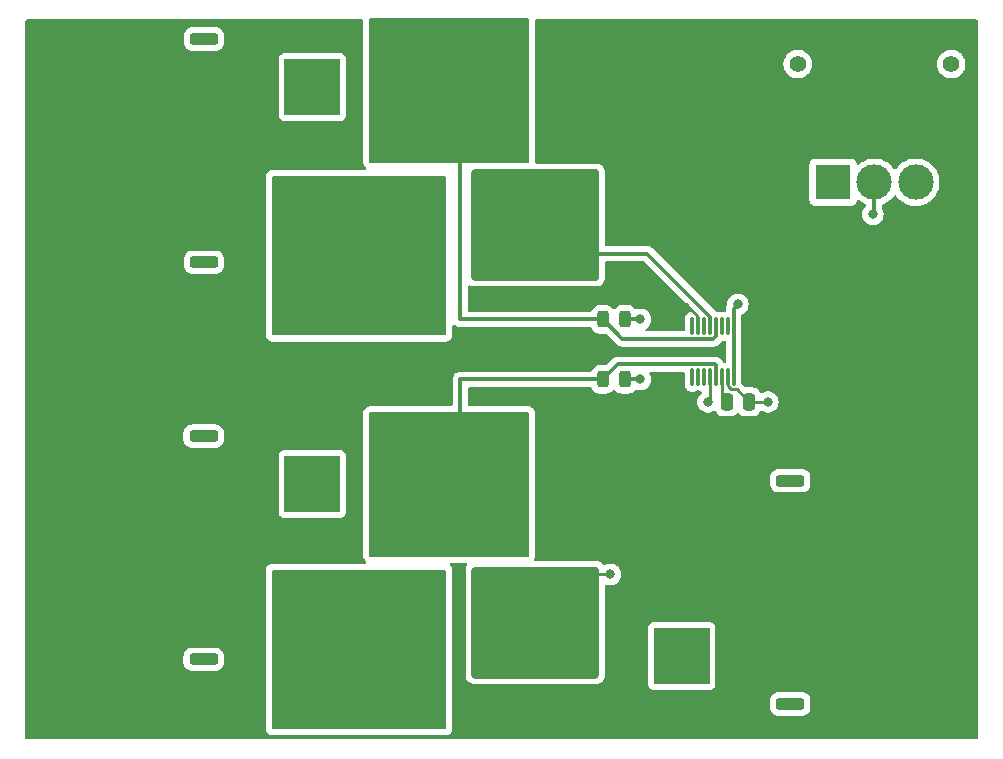
<source format=gbr>
%TF.GenerationSoftware,KiCad,Pcbnew,8.0.0*%
%TF.CreationDate,2024-03-01T13:16:54-07:00*%
%TF.ProjectId,2023IdealDiode,32303233-4964-4656-916c-44696f64652e,rev?*%
%TF.SameCoordinates,Original*%
%TF.FileFunction,Copper,L1,Top*%
%TF.FilePolarity,Positive*%
%FSLAX46Y46*%
G04 Gerber Fmt 4.6, Leading zero omitted, Abs format (unit mm)*
G04 Created by KiCad (PCBNEW 8.0.0) date 2024-03-01 13:16:54*
%MOMM*%
%LPD*%
G01*
G04 APERTURE LIST*
G04 Aperture macros list*
%AMRoundRect*
0 Rectangle with rounded corners*
0 $1 Rounding radius*
0 $2 $3 $4 $5 $6 $7 $8 $9 X,Y pos of 4 corners*
0 Add a 4 corners polygon primitive as box body*
4,1,4,$2,$3,$4,$5,$6,$7,$8,$9,$2,$3,0*
0 Add four circle primitives for the rounded corners*
1,1,$1+$1,$2,$3*
1,1,$1+$1,$4,$5*
1,1,$1+$1,$6,$7*
1,1,$1+$1,$8,$9*
0 Add four rect primitives between the rounded corners*
20,1,$1+$1,$2,$3,$4,$5,0*
20,1,$1+$1,$4,$5,$6,$7,0*
20,1,$1+$1,$6,$7,$8,$9,0*
20,1,$1+$1,$8,$9,$2,$3,0*%
G04 Aperture macros list end*
%TA.AperFunction,Conductor*%
%ADD10C,0.200000*%
%TD*%
%TA.AperFunction,SMDPad,CuDef*%
%ADD11RoundRect,0.075000X-0.075000X0.650000X-0.075000X-0.650000X0.075000X-0.650000X0.075000X0.650000X0*%
%TD*%
%TA.AperFunction,SMDPad,CuDef*%
%ADD12RoundRect,0.250000X-0.250000X-0.475000X0.250000X-0.475000X0.250000X0.475000X-0.250000X0.475000X0*%
%TD*%
%TA.AperFunction,ComponentPad*%
%ADD13C,4.700000*%
%TD*%
%TA.AperFunction,ComponentPad*%
%ADD14R,4.700000X4.700000*%
%TD*%
%TA.AperFunction,ComponentPad*%
%ADD15RoundRect,0.250000X-0.950000X0.250000X-0.950000X-0.250000X0.950000X-0.250000X0.950000X0.250000X0*%
%TD*%
%TA.AperFunction,ComponentPad*%
%ADD16RoundRect,0.375000X-0.375000X0.825000X-0.375000X-0.825000X0.375000X-0.825000X0.375000X0.825000X0*%
%TD*%
%TA.AperFunction,SMDPad,CuDef*%
%ADD17RoundRect,0.250000X-0.300000X2.050000X-0.300000X-2.050000X0.300000X-2.050000X0.300000X2.050000X0*%
%TD*%
%TA.AperFunction,SMDPad,CuDef*%
%ADD18RoundRect,0.250000X-2.375000X2.025000X-2.375000X-2.025000X2.375000X-2.025000X2.375000X2.025000X0*%
%TD*%
%TA.AperFunction,SMDPad,CuDef*%
%ADD19RoundRect,0.250002X-5.149998X4.449998X-5.149998X-4.449998X5.149998X-4.449998X5.149998X4.449998X0*%
%TD*%
%TA.AperFunction,SMDPad,CuDef*%
%ADD20RoundRect,0.243750X0.243750X0.456250X-0.243750X0.456250X-0.243750X-0.456250X0.243750X-0.456250X0*%
%TD*%
%TA.AperFunction,ComponentPad*%
%ADD21RoundRect,0.250000X0.950000X-0.250000X0.950000X0.250000X-0.950000X0.250000X-0.950000X-0.250000X0*%
%TD*%
%TA.AperFunction,ComponentPad*%
%ADD22C,3.000000*%
%TD*%
%TA.AperFunction,ComponentPad*%
%ADD23R,3.000000X3.000000*%
%TD*%
%TA.AperFunction,ComponentPad*%
%ADD24C,1.400000*%
%TD*%
%TA.AperFunction,ViaPad*%
%ADD25C,0.800000*%
%TD*%
%TA.AperFunction,Conductor*%
%ADD26C,0.300000*%
%TD*%
%TA.AperFunction,Conductor*%
%ADD27C,0.250000*%
%TD*%
G04 APERTURE END LIST*
%TO.N,Net-(D1-A)*%
D10*
X307975000Y-221615000D02*
X321310000Y-221615000D01*
X321310000Y-233680000D01*
X307975000Y-233680000D01*
X307975000Y-221615000D01*
%TA.AperFunction,Conductor*%
G36*
X307975000Y-221615000D02*
G01*
X321310000Y-221615000D01*
X321310000Y-233680000D01*
X307975000Y-233680000D01*
X307975000Y-221615000D01*
G37*
%TD.AperFunction*%
%TO.N,Net-(J1-+)*%
X299720000Y-234950000D02*
X314325000Y-234950000D01*
X314325000Y-248285000D01*
X299720000Y-248285000D01*
X299720000Y-234950000D01*
%TA.AperFunction,Conductor*%
G36*
X299720000Y-234950000D02*
G01*
X314325000Y-234950000D01*
X314325000Y-248285000D01*
X299720000Y-248285000D01*
X299720000Y-234950000D01*
G37*
%TD.AperFunction*%
%TO.N,Net-(J2-+)*%
X299720000Y-268287500D02*
X314325000Y-268287500D01*
X314325000Y-281622500D01*
X299720000Y-281622500D01*
X299720000Y-268287500D01*
%TA.AperFunction,Conductor*%
G36*
X299720000Y-268287500D02*
G01*
X314325000Y-268287500D01*
X314325000Y-281622500D01*
X299720000Y-281622500D01*
X299720000Y-268287500D01*
G37*
%TD.AperFunction*%
%TO.N,Net-(D2-A)*%
X307975000Y-254952500D02*
X321310000Y-254952500D01*
X321310000Y-267017500D01*
X307975000Y-267017500D01*
X307975000Y-254952500D01*
%TA.AperFunction,Conductor*%
G36*
X307975000Y-254952500D02*
G01*
X321310000Y-254952500D01*
X321310000Y-267017500D01*
X307975000Y-267017500D01*
X307975000Y-254952500D01*
G37*
%TD.AperFunction*%
%TD*%
D11*
%TO.P,IC1,1,EN2*%
%TO.N,Net-(IC1-EN1)*%
X338745000Y-247595000D03*
%TO.P,IC1,2,NC*%
%TO.N,unconnected-(IC1-NC-Pad2)*%
X338245000Y-247595000D03*
%TO.P,IC1,3,NC*%
%TO.N,unconnected-(IC1-NC-Pad3)*%
X337745000Y-247595000D03*
%TO.P,IC1,4,Vin2*%
%TO.N,Net-(D1-A)*%
X337245000Y-247595000D03*
%TO.P,IC1,5,GATE2*%
%TO.N,Net-(IC1-GATE2)*%
X336745000Y-247595000D03*
%TO.P,IC1,6,CPO2*%
%TO.N,unconnected-(IC1-CPO2-Pad6)*%
X336245000Y-247595000D03*
%TO.P,IC1,7,OUT2*%
%TO.N,Net-(IC1-OUT1)*%
X335745000Y-247595000D03*
%TO.P,IC1,8,ONST2*%
%TO.N,unconnected-(IC1-ONST2-Pad8)*%
X335245000Y-247595000D03*
%TO.P,IC1,9,ONST1*%
%TO.N,unconnected-(IC1-ONST1-Pad9)*%
X335245000Y-251895000D03*
%TO.P,IC1,10,OUT1*%
%TO.N,Net-(IC1-OUT1)*%
X335745000Y-251895000D03*
%TO.P,IC1,11,CPO1*%
%TO.N,unconnected-(IC1-CPO1-Pad11)*%
X336245000Y-251895000D03*
%TO.P,IC1,12,GATE1*%
%TO.N,Net-(IC1-GATE1)*%
X336745000Y-251895000D03*
%TO.P,IC1,13,Vin1*%
%TO.N,Net-(D2-A)*%
X337245000Y-251895000D03*
%TO.P,IC1,14,Vcc*%
%TO.N,Net-(IC1-Vcc)*%
X337745000Y-251895000D03*
%TO.P,IC1,15,GND*%
%TO.N,GND*%
X338245000Y-251895000D03*
%TO.P,IC1,16,EN1*%
%TO.N,Net-(IC1-EN1)*%
X338745000Y-251895000D03*
%TD*%
D12*
%TO.P,C1,1*%
%TO.N,Net-(IC1-Vcc)*%
X338140000Y-254000000D03*
%TO.P,C1,2*%
%TO.N,GND*%
X340040000Y-254000000D03*
%TD*%
D13*
%TO.P,J1,1,+*%
%TO.N,Net-(J1-+)*%
X303075000Y-238180000D03*
D14*
%TO.P,J1,2,-*%
%TO.N,GND*%
X303075000Y-227330000D03*
D15*
%TO.P,J1,3*%
%TO.N,N/C*%
X293875000Y-242180000D03*
%TO.P,J1,4*%
X293875000Y-223280000D03*
%TD*%
D16*
%TO.P,F2,1*%
%TO.N,Net-(D2-A)*%
X312815000Y-264795000D03*
X309485000Y-264795000D03*
%TO.P,F2,2*%
%TO.N,Net-(J2-+)*%
X312815000Y-278265000D03*
X309485000Y-278265000D03*
%TD*%
D17*
%TO.P,Q1,1,D*%
%TO.N,Net-(IC1-OUT1)*%
X324485000Y-229870000D03*
D18*
%TO.P,Q1,2,G*%
%TO.N,Net-(IC1-GATE2)*%
X324720000Y-236595000D03*
X319170000Y-236595000D03*
D19*
X321945000Y-239020000D03*
D18*
X324720000Y-241445000D03*
X319170000Y-241445000D03*
D17*
%TO.P,Q1,3,S*%
%TO.N,Net-(D1-A)*%
X319405000Y-229870000D03*
%TD*%
D20*
%TO.P,D1,1,K*%
%TO.N,Net-(D1-K)*%
X329535000Y-247015000D03*
%TO.P,D1,2,A*%
%TO.N,Net-(D1-A)*%
X327660000Y-247015000D03*
%TD*%
D16*
%TO.P,F1,1*%
%TO.N,Net-(D1-A)*%
X312815000Y-231390000D03*
X309485000Y-231390000D03*
%TO.P,F1,2*%
%TO.N,Net-(J1-+)*%
X312815000Y-244860000D03*
X309485000Y-244860000D03*
%TD*%
D17*
%TO.P,Q2,1,D*%
%TO.N,Net-(IC1-OUT1)*%
X324485000Y-263525000D03*
D18*
%TO.P,Q2,2,G*%
%TO.N,Net-(IC1-GATE1)*%
X324720000Y-270250000D03*
X319170000Y-270250000D03*
D19*
X321945000Y-272675000D03*
D18*
X324720000Y-275100000D03*
X319170000Y-275100000D03*
D17*
%TO.P,Q2,3,S*%
%TO.N,Net-(D2-A)*%
X319405000Y-263525000D03*
%TD*%
D13*
%TO.P,J3,1,+*%
%TO.N,Net-(IC1-OUT1)*%
X334335000Y-264660000D03*
D14*
%TO.P,J3,2,-*%
%TO.N,GND*%
X334335000Y-275510000D03*
D21*
%TO.P,J3,3*%
%TO.N,N/C*%
X343535000Y-260660000D03*
%TO.P,J3,4*%
X343535000Y-279560000D03*
%TD*%
D13*
%TO.P,J2,1,+*%
%TO.N,Net-(J2-+)*%
X303050000Y-271800000D03*
D14*
%TO.P,J2,2,-*%
%TO.N,GND*%
X303050000Y-260950000D03*
D15*
%TO.P,J2,3*%
%TO.N,N/C*%
X293850000Y-275800000D03*
%TO.P,J2,4*%
X293850000Y-256900000D03*
%TD*%
D20*
%TO.P,D2,1,K*%
%TO.N,Net-(D1-K)*%
X329535000Y-252095000D03*
%TO.P,D2,2,A*%
%TO.N,Net-(D2-A)*%
X327660000Y-252095000D03*
%TD*%
D22*
%TO.P,SW1,3,C*%
%TO.N,Net-(D1-K)*%
X354155000Y-235395000D03*
%TO.P,SW1,2,B*%
%TO.N,Net-(IC1-EN1)*%
X350655000Y-235395000D03*
D23*
%TO.P,SW1,1,A*%
%TO.N,GND*%
X347155000Y-235395000D03*
D24*
%TO.P,SW1,*%
%TO.N,*%
X357155000Y-225395000D03*
X344155000Y-225395000D03*
%TD*%
D25*
%TO.N,Net-(IC1-EN1)*%
X339090000Y-245745000D03*
X350520000Y-238125000D03*
%TO.N,GND*%
X341630000Y-254000000D03*
%TO.N,Net-(D1-K)*%
X330835000Y-252095000D03*
X330835000Y-247015000D03*
%TO.N,Net-(IC1-OUT1)*%
X334010000Y-241300000D03*
X334010000Y-245745000D03*
%TO.N,Net-(IC1-GATE1)*%
X336550000Y-254000000D03*
X328295000Y-268605000D03*
%TD*%
D26*
%TO.N,Net-(IC1-EN1)*%
X350655000Y-235395000D02*
X350655000Y-237990000D01*
X350655000Y-237990000D02*
X350520000Y-238125000D01*
X338745000Y-246090000D02*
X339090000Y-245745000D01*
X338745000Y-247595000D02*
X338745000Y-246090000D01*
X338745000Y-251895000D02*
X338745000Y-247595000D01*
D27*
%TO.N,Net-(IC1-Vcc)*%
X337745000Y-253605000D02*
X337745000Y-251895000D01*
X338140000Y-254000000D02*
X337745000Y-253605000D01*
%TO.N,GND*%
X338245000Y-252687764D02*
X338245000Y-251895000D01*
X340040000Y-254000000D02*
X338985000Y-252945000D01*
X338502236Y-252945000D02*
X338245000Y-252687764D01*
X338985000Y-252945000D02*
X338502236Y-252945000D01*
X340040000Y-254000000D02*
X341630000Y-254000000D01*
D26*
%TO.N,Net-(D1-K)*%
X329535000Y-247015000D02*
X330835000Y-247015000D01*
X329535000Y-252095000D02*
X330835000Y-252095000D01*
%TO.N,Net-(D1-A)*%
X315595000Y-228600000D02*
X315595000Y-247015000D01*
X336998120Y-248670000D02*
X329315000Y-248670000D01*
X337245000Y-247595000D02*
X337245000Y-248423120D01*
X315595000Y-247015000D02*
X327660000Y-247015000D01*
X337245000Y-248423120D02*
X336998120Y-248670000D01*
X329315000Y-248670000D02*
X327660000Y-247015000D01*
X314642500Y-227647500D02*
X315595000Y-228600000D01*
%TO.N,Net-(D2-A)*%
X315595000Y-252095000D02*
X327660000Y-252095000D01*
X328935000Y-250820000D02*
X337180000Y-250820000D01*
X315595000Y-260032500D02*
X315595000Y-252095000D01*
X314642500Y-260985000D02*
X315595000Y-260032500D01*
X327660000Y-252095000D02*
X328935000Y-250820000D01*
X337245000Y-250885000D02*
X337245000Y-251895000D01*
X337180000Y-250820000D02*
X337245000Y-250885000D01*
D27*
%TO.N,Net-(IC1-OUT1)*%
X335745000Y-247595000D02*
X335745000Y-246802236D01*
X334687764Y-245745000D02*
X334010000Y-245745000D01*
X335745000Y-246802236D02*
X334687764Y-245745000D01*
D26*
%TO.N,Net-(IC1-GATE2)*%
X336745000Y-246766880D02*
X331423120Y-241445000D01*
X331423120Y-241445000D02*
X324720000Y-241445000D01*
X336745000Y-247595000D02*
X336745000Y-246766880D01*
D27*
%TO.N,Net-(IC1-GATE1)*%
X326365000Y-268605000D02*
X324720000Y-270250000D01*
X328295000Y-268605000D02*
X326365000Y-268605000D01*
X336745000Y-253805000D02*
X336745000Y-251895000D01*
X336550000Y-254000000D02*
X336745000Y-253805000D01*
%TD*%
%TA.AperFunction,Conductor*%
%TO.N,Net-(IC1-OUT1)*%
G36*
X307317539Y-221634685D02*
G01*
X307363294Y-221687489D01*
X307374500Y-221739000D01*
X307374500Y-233759057D01*
X307408297Y-233885187D01*
X307415423Y-233911783D01*
X307415426Y-233911790D01*
X307494475Y-234048709D01*
X307494481Y-234048717D01*
X307583583Y-234137819D01*
X307617068Y-234199142D01*
X307612084Y-234268834D01*
X307570212Y-234324767D01*
X307504748Y-234349184D01*
X307495902Y-234349500D01*
X299640943Y-234349500D01*
X299488216Y-234390423D01*
X299488209Y-234390426D01*
X299351290Y-234469475D01*
X299351282Y-234469481D01*
X299239481Y-234581282D01*
X299239475Y-234581290D01*
X299160426Y-234718209D01*
X299160423Y-234718216D01*
X299119500Y-234870943D01*
X299119500Y-248364056D01*
X299160423Y-248516783D01*
X299160426Y-248516790D01*
X299239475Y-248653709D01*
X299239479Y-248653714D01*
X299239480Y-248653716D01*
X299351284Y-248765520D01*
X299351286Y-248765521D01*
X299351290Y-248765524D01*
X299476459Y-248837789D01*
X299488216Y-248844577D01*
X299640943Y-248885500D01*
X299640945Y-248885500D01*
X314404055Y-248885500D01*
X314404057Y-248885500D01*
X314556784Y-248844577D01*
X314693716Y-248765520D01*
X314805520Y-248653716D01*
X314884577Y-248516784D01*
X314925500Y-248364057D01*
X314925500Y-247564808D01*
X314945185Y-247497769D01*
X314997989Y-247452014D01*
X315067147Y-247442070D01*
X315130703Y-247471095D01*
X315137181Y-247477127D01*
X315180327Y-247520273D01*
X315180331Y-247520276D01*
X315286866Y-247591461D01*
X315286872Y-247591464D01*
X315286873Y-247591465D01*
X315405256Y-247640501D01*
X315405260Y-247640501D01*
X315405261Y-247640502D01*
X315530928Y-247665500D01*
X315530931Y-247665500D01*
X326607030Y-247665500D01*
X326674069Y-247685185D01*
X326719824Y-247737989D01*
X326724736Y-247750497D01*
X326737136Y-247787920D01*
X326737142Y-247787933D01*
X326828471Y-247935999D01*
X326828474Y-247936003D01*
X326951496Y-248059025D01*
X326951500Y-248059028D01*
X327099566Y-248150357D01*
X327099569Y-248150358D01*
X327099575Y-248150362D01*
X327264725Y-248205087D01*
X327366652Y-248215500D01*
X327889192Y-248215500D01*
X327956231Y-248235185D01*
X327976873Y-248251819D01*
X328900324Y-249175271D01*
X328900331Y-249175277D01*
X329006871Y-249246464D01*
X329006870Y-249246464D01*
X329041544Y-249260826D01*
X329125256Y-249295501D01*
X329125260Y-249295501D01*
X329125261Y-249295502D01*
X329250928Y-249320500D01*
X329250931Y-249320500D01*
X337062191Y-249320500D01*
X337146735Y-249303682D01*
X337187864Y-249295501D01*
X337306247Y-249246465D01*
X337412789Y-249175277D01*
X337412795Y-249175271D01*
X337731248Y-248856819D01*
X337792571Y-248823334D01*
X337818929Y-248820500D01*
X337857713Y-248820500D01*
X337857720Y-248820500D01*
X337954314Y-248807783D01*
X338023350Y-248818548D01*
X338075606Y-248864928D01*
X338094500Y-248930722D01*
X338094500Y-250559278D01*
X338074815Y-250626317D01*
X338022011Y-250672072D01*
X337954313Y-250682216D01*
X337934362Y-250679590D01*
X337930929Y-250679138D01*
X337867033Y-250650869D01*
X337832557Y-250603652D01*
X337821466Y-250576876D01*
X337821465Y-250576873D01*
X337750277Y-250470331D01*
X337750275Y-250470329D01*
X337750273Y-250470326D01*
X337594673Y-250314726D01*
X337594669Y-250314723D01*
X337488127Y-250243535D01*
X337369744Y-250194499D01*
X337369738Y-250194497D01*
X337244071Y-250169500D01*
X337244069Y-250169500D01*
X328870931Y-250169500D01*
X328870929Y-250169500D01*
X328745261Y-250194497D01*
X328745255Y-250194499D01*
X328626870Y-250243535D01*
X328520331Y-250314722D01*
X328520324Y-250314728D01*
X327976873Y-250858181D01*
X327915550Y-250891666D01*
X327889192Y-250894500D01*
X327366644Y-250894500D01*
X327264723Y-250904913D01*
X327099577Y-250959637D01*
X327099566Y-250959642D01*
X326951500Y-251050971D01*
X326951496Y-251050974D01*
X326828474Y-251173996D01*
X326828471Y-251174000D01*
X326737142Y-251322066D01*
X326737136Y-251322079D01*
X326724736Y-251359503D01*
X326684964Y-251416948D01*
X326620448Y-251443772D01*
X326607030Y-251444500D01*
X315530929Y-251444500D01*
X315405261Y-251469497D01*
X315405255Y-251469499D01*
X315286875Y-251518533D01*
X315286866Y-251518538D01*
X315180331Y-251589723D01*
X315180327Y-251589726D01*
X315089726Y-251680327D01*
X315089723Y-251680331D01*
X315018538Y-251786866D01*
X315018533Y-251786875D01*
X314969499Y-251905255D01*
X314969497Y-251905261D01*
X314944500Y-252030928D01*
X314944500Y-254228000D01*
X314924815Y-254295039D01*
X314872011Y-254340794D01*
X314820500Y-254352000D01*
X307895943Y-254352000D01*
X307743216Y-254392923D01*
X307743209Y-254392926D01*
X307606290Y-254471975D01*
X307606282Y-254471981D01*
X307494481Y-254583782D01*
X307494475Y-254583790D01*
X307415426Y-254720709D01*
X307415423Y-254720716D01*
X307374500Y-254873443D01*
X307374500Y-267096556D01*
X307415423Y-267249283D01*
X307415426Y-267249290D01*
X307494475Y-267386209D01*
X307494481Y-267386217D01*
X307583583Y-267475319D01*
X307617068Y-267536642D01*
X307612084Y-267606334D01*
X307570212Y-267662267D01*
X307504748Y-267686684D01*
X307495902Y-267687000D01*
X299640943Y-267687000D01*
X299488216Y-267727923D01*
X299488209Y-267727926D01*
X299351290Y-267806975D01*
X299351282Y-267806981D01*
X299239481Y-267918782D01*
X299239475Y-267918790D01*
X299160426Y-268055709D01*
X299160423Y-268055716D01*
X299119500Y-268208443D01*
X299119500Y-281701556D01*
X299160423Y-281854283D01*
X299160426Y-281854290D01*
X299239475Y-281991209D01*
X299239479Y-281991214D01*
X299239480Y-281991216D01*
X299351284Y-282103020D01*
X299351286Y-282103021D01*
X299351290Y-282103024D01*
X299488209Y-282182073D01*
X299488216Y-282182077D01*
X299640943Y-282223000D01*
X299640945Y-282223000D01*
X314404055Y-282223000D01*
X314404057Y-282223000D01*
X314556784Y-282182077D01*
X314693716Y-282103020D01*
X314805520Y-281991216D01*
X314884577Y-281854284D01*
X314925500Y-281701557D01*
X314925500Y-279860001D01*
X341834500Y-279860001D01*
X341834501Y-279860019D01*
X341845000Y-279962796D01*
X341845001Y-279962799D01*
X341900185Y-280129331D01*
X341900186Y-280129334D01*
X341992288Y-280278656D01*
X342116344Y-280402712D01*
X342265666Y-280494814D01*
X342432203Y-280549999D01*
X342534991Y-280560500D01*
X344535008Y-280560499D01*
X344637797Y-280549999D01*
X344804334Y-280494814D01*
X344953656Y-280402712D01*
X345077712Y-280278656D01*
X345169814Y-280129334D01*
X345224999Y-279962797D01*
X345235500Y-279860009D01*
X345235499Y-279259992D01*
X345224999Y-279157203D01*
X345169814Y-278990666D01*
X345077712Y-278841344D01*
X344953656Y-278717288D01*
X344804334Y-278625186D01*
X344637797Y-278570001D01*
X344637795Y-278570000D01*
X344535010Y-278559500D01*
X342534998Y-278559500D01*
X342534981Y-278559501D01*
X342432203Y-278570000D01*
X342432200Y-278570001D01*
X342265668Y-278625185D01*
X342265663Y-278625187D01*
X342116342Y-278717289D01*
X341992289Y-278841342D01*
X341900187Y-278990663D01*
X341900186Y-278990666D01*
X341845001Y-279157203D01*
X341845001Y-279157204D01*
X341845000Y-279157204D01*
X341834500Y-279259983D01*
X341834500Y-279860001D01*
X314925500Y-279860001D01*
X314925500Y-277907870D01*
X331484500Y-277907870D01*
X331484501Y-277907876D01*
X331490908Y-277967483D01*
X331541202Y-278102328D01*
X331541206Y-278102335D01*
X331627452Y-278217544D01*
X331627455Y-278217547D01*
X331742664Y-278303793D01*
X331742671Y-278303797D01*
X331877517Y-278354091D01*
X331877516Y-278354091D01*
X331884444Y-278354835D01*
X331937127Y-278360500D01*
X336732872Y-278360499D01*
X336792483Y-278354091D01*
X336927331Y-278303796D01*
X337042546Y-278217546D01*
X337128796Y-278102331D01*
X337179091Y-277967483D01*
X337185500Y-277907873D01*
X337185499Y-273112128D01*
X337179091Y-273052517D01*
X337168824Y-273024991D01*
X337128797Y-272917671D01*
X337128793Y-272917664D01*
X337042547Y-272802455D01*
X337042544Y-272802452D01*
X336927335Y-272716206D01*
X336927328Y-272716202D01*
X336792482Y-272665908D01*
X336792483Y-272665908D01*
X336732883Y-272659501D01*
X336732881Y-272659500D01*
X336732873Y-272659500D01*
X336732864Y-272659500D01*
X331937129Y-272659500D01*
X331937123Y-272659501D01*
X331877516Y-272665908D01*
X331742671Y-272716202D01*
X331742664Y-272716206D01*
X331627455Y-272802452D01*
X331627452Y-272802455D01*
X331541206Y-272917664D01*
X331541202Y-272917671D01*
X331490908Y-273052517D01*
X331484501Y-273112116D01*
X331484501Y-273112123D01*
X331484500Y-273112135D01*
X331484500Y-277907870D01*
X314925500Y-277907870D01*
X314925500Y-268208443D01*
X314884577Y-268055716D01*
X314813215Y-267932112D01*
X314805524Y-267918790D01*
X314805518Y-267918782D01*
X314716417Y-267829681D01*
X314682932Y-267768358D01*
X314687916Y-267698666D01*
X314729788Y-267642733D01*
X314795252Y-267618316D01*
X314804098Y-267618000D01*
X316065445Y-267618000D01*
X316132484Y-267637685D01*
X316178239Y-267690489D01*
X316188183Y-267759647D01*
X316170984Y-267807094D01*
X316162500Y-267820851D01*
X316110187Y-267905663D01*
X316110185Y-267905668D01*
X316060466Y-268055713D01*
X316060465Y-268055716D01*
X316055000Y-268072204D01*
X316044500Y-268174983D01*
X316044500Y-277175001D01*
X316044501Y-277175018D01*
X316055000Y-277277796D01*
X316055001Y-277277799D01*
X316110185Y-277444331D01*
X316110186Y-277444334D01*
X316202288Y-277593656D01*
X316326344Y-277717712D01*
X316475666Y-277809814D01*
X316642203Y-277864999D01*
X316726925Y-277873654D01*
X316734233Y-277875499D01*
X316738665Y-277875499D01*
X316751280Y-277876142D01*
X316758432Y-277876873D01*
X316766384Y-277875499D01*
X322294985Y-277875499D01*
X322294991Y-277875500D01*
X327145008Y-277875499D01*
X327247797Y-277864999D01*
X327414334Y-277809814D01*
X327563656Y-277717712D01*
X327687712Y-277593656D01*
X327779814Y-277444334D01*
X327834999Y-277277797D01*
X327845500Y-277175009D01*
X327845500Y-275107268D01*
X327845499Y-272325014D01*
X327845500Y-272325009D01*
X327845499Y-269581532D01*
X327865184Y-269514494D01*
X327917987Y-269468739D01*
X327987146Y-269458795D01*
X328008725Y-269465020D01*
X328009013Y-269464135D01*
X328015197Y-269466144D01*
X328200354Y-269505500D01*
X328200355Y-269505500D01*
X328389644Y-269505500D01*
X328389646Y-269505500D01*
X328574803Y-269466144D01*
X328747730Y-269389151D01*
X328900871Y-269277888D01*
X329027533Y-269137216D01*
X329122179Y-268973284D01*
X329180674Y-268793256D01*
X329200460Y-268605000D01*
X329180674Y-268416744D01*
X329122179Y-268236716D01*
X329027533Y-268072784D01*
X328900871Y-267932112D01*
X328864474Y-267905668D01*
X328747734Y-267820851D01*
X328747729Y-267820848D01*
X328574807Y-267743857D01*
X328574802Y-267743855D01*
X328429001Y-267712865D01*
X328389646Y-267704500D01*
X328200354Y-267704500D01*
X328167897Y-267711398D01*
X328015197Y-267743855D01*
X328015192Y-267743857D01*
X327851280Y-267816837D01*
X327782030Y-267826122D01*
X327718753Y-267796494D01*
X327695305Y-267768655D01*
X327689749Y-267759647D01*
X327687712Y-267756344D01*
X327563656Y-267632288D01*
X327414334Y-267540186D01*
X327247797Y-267485001D01*
X327247795Y-267485000D01*
X327145016Y-267474500D01*
X327145009Y-267474500D01*
X327145007Y-267474500D01*
X321954323Y-267474500D01*
X321887284Y-267454815D01*
X321841529Y-267402011D01*
X321831585Y-267332853D01*
X321846936Y-267288501D01*
X321860044Y-267265795D01*
X321869577Y-267249284D01*
X321910500Y-267096557D01*
X321910500Y-260960001D01*
X341834500Y-260960001D01*
X341834501Y-260960019D01*
X341845000Y-261062796D01*
X341845001Y-261062799D01*
X341900185Y-261229331D01*
X341900186Y-261229334D01*
X341992288Y-261378656D01*
X342116344Y-261502712D01*
X342265666Y-261594814D01*
X342432203Y-261649999D01*
X342534991Y-261660500D01*
X344535008Y-261660499D01*
X344637797Y-261649999D01*
X344804334Y-261594814D01*
X344953656Y-261502712D01*
X345077712Y-261378656D01*
X345169814Y-261229334D01*
X345224999Y-261062797D01*
X345235500Y-260960009D01*
X345235499Y-260359992D01*
X345224999Y-260257203D01*
X345169814Y-260090666D01*
X345077712Y-259941344D01*
X344953656Y-259817288D01*
X344804334Y-259725186D01*
X344637797Y-259670001D01*
X344637795Y-259670000D01*
X344535010Y-259659500D01*
X342534998Y-259659500D01*
X342534981Y-259659501D01*
X342432203Y-259670000D01*
X342432200Y-259670001D01*
X342265668Y-259725185D01*
X342265663Y-259725187D01*
X342116342Y-259817289D01*
X341992289Y-259941342D01*
X341900187Y-260090663D01*
X341900186Y-260090666D01*
X341845001Y-260257203D01*
X341845001Y-260257204D01*
X341845000Y-260257204D01*
X341834500Y-260359983D01*
X341834500Y-260960001D01*
X321910500Y-260960001D01*
X321910500Y-254873443D01*
X321869577Y-254720716D01*
X321837712Y-254665523D01*
X321790524Y-254583790D01*
X321790518Y-254583782D01*
X321678717Y-254471981D01*
X321678709Y-254471975D01*
X321541790Y-254392926D01*
X321541786Y-254392924D01*
X321541784Y-254392923D01*
X321389057Y-254352000D01*
X321389056Y-254352000D01*
X316369500Y-254352000D01*
X316302461Y-254332315D01*
X316256706Y-254279511D01*
X316245500Y-254228000D01*
X316245500Y-252869500D01*
X316265185Y-252802461D01*
X316317989Y-252756706D01*
X316369500Y-252745500D01*
X326607030Y-252745500D01*
X326674069Y-252765185D01*
X326719824Y-252817989D01*
X326724736Y-252830497D01*
X326737136Y-252867920D01*
X326737142Y-252867933D01*
X326828471Y-253015999D01*
X326828474Y-253016003D01*
X326951496Y-253139025D01*
X326951500Y-253139028D01*
X327099566Y-253230357D01*
X327099569Y-253230358D01*
X327099575Y-253230362D01*
X327264725Y-253285087D01*
X327366652Y-253295500D01*
X327366657Y-253295500D01*
X327953343Y-253295500D01*
X327953348Y-253295500D01*
X328055275Y-253285087D01*
X328220425Y-253230362D01*
X328368503Y-253139026D01*
X328491526Y-253016003D01*
X328491958Y-253015301D01*
X328492381Y-253014921D01*
X328496007Y-253010336D01*
X328496790Y-253010955D01*
X328543902Y-252968575D01*
X328612864Y-252957349D01*
X328676948Y-252985188D01*
X328698842Y-253010455D01*
X328698993Y-253010336D01*
X328701643Y-253013687D01*
X328703040Y-253015299D01*
X328703472Y-253015999D01*
X328703475Y-253016004D01*
X328826496Y-253139025D01*
X328826500Y-253139028D01*
X328974566Y-253230357D01*
X328974569Y-253230358D01*
X328974575Y-253230362D01*
X329139725Y-253285087D01*
X329241652Y-253295500D01*
X329241657Y-253295500D01*
X329828343Y-253295500D01*
X329828348Y-253295500D01*
X329930275Y-253285087D01*
X330095425Y-253230362D01*
X330243503Y-253139026D01*
X330366526Y-253016003D01*
X330379220Y-252995421D01*
X330431166Y-252948697D01*
X330500129Y-252937474D01*
X330535195Y-252947239D01*
X330555192Y-252956142D01*
X330555197Y-252956144D01*
X330740354Y-252995500D01*
X330740355Y-252995500D01*
X330929644Y-252995500D01*
X330929646Y-252995500D01*
X331114803Y-252956144D01*
X331287730Y-252879151D01*
X331440871Y-252767888D01*
X331567533Y-252627216D01*
X331662179Y-252463284D01*
X331720674Y-252283256D01*
X331740460Y-252095000D01*
X331720674Y-251906744D01*
X331662179Y-251726716D01*
X331635399Y-251680331D01*
X331621640Y-251656499D01*
X331605167Y-251588599D01*
X331628020Y-251522572D01*
X331682941Y-251479382D01*
X331729027Y-251470500D01*
X334470500Y-251470500D01*
X334537539Y-251490185D01*
X334583294Y-251542989D01*
X334594500Y-251594500D01*
X334594500Y-252582727D01*
X334609313Y-252695235D01*
X334609313Y-252695236D01*
X334662545Y-252823750D01*
X334667302Y-252835233D01*
X334759549Y-252955451D01*
X334879767Y-253047698D01*
X335019764Y-253105687D01*
X335132280Y-253120500D01*
X335132287Y-253120500D01*
X335357713Y-253120500D01*
X335357720Y-253120500D01*
X335470236Y-253105687D01*
X335610233Y-253047698D01*
X335669514Y-253002209D01*
X335734683Y-252977016D01*
X335803127Y-252991054D01*
X335820482Y-253002206D01*
X335879767Y-253047698D01*
X335879770Y-253047699D01*
X335879771Y-253047700D01*
X335961132Y-253081401D01*
X336015536Y-253125242D01*
X336037601Y-253191536D01*
X336020322Y-253259235D01*
X335986566Y-253296280D01*
X335944127Y-253327113D01*
X335817466Y-253467785D01*
X335722821Y-253631715D01*
X335722818Y-253631722D01*
X335664327Y-253811740D01*
X335664326Y-253811744D01*
X335644540Y-254000000D01*
X335664326Y-254188256D01*
X335664327Y-254188259D01*
X335722818Y-254368277D01*
X335722821Y-254368284D01*
X335817467Y-254532216D01*
X335863905Y-254583790D01*
X335944129Y-254672888D01*
X336097265Y-254784148D01*
X336097270Y-254784151D01*
X336270192Y-254861142D01*
X336270197Y-254861144D01*
X336455354Y-254900500D01*
X336455355Y-254900500D01*
X336644644Y-254900500D01*
X336644646Y-254900500D01*
X336829803Y-254861144D01*
X337002730Y-254784151D01*
X337007275Y-254780848D01*
X337029990Y-254764346D01*
X337095796Y-254740866D01*
X337163850Y-254756691D01*
X337208413Y-254799566D01*
X337297288Y-254943656D01*
X337421344Y-255067712D01*
X337570666Y-255159814D01*
X337737203Y-255214999D01*
X337839991Y-255225500D01*
X338440008Y-255225499D01*
X338440016Y-255225498D01*
X338440019Y-255225498D01*
X338496302Y-255219748D01*
X338542797Y-255214999D01*
X338709334Y-255159814D01*
X338858656Y-255067712D01*
X338982712Y-254943656D01*
X338984461Y-254940819D01*
X338986169Y-254939283D01*
X338987193Y-254937989D01*
X338987414Y-254938163D01*
X339036406Y-254894096D01*
X339105368Y-254882872D01*
X339169451Y-254910713D01*
X339195537Y-254940817D01*
X339197288Y-254943656D01*
X339321344Y-255067712D01*
X339470666Y-255159814D01*
X339637203Y-255214999D01*
X339739991Y-255225500D01*
X340340008Y-255225499D01*
X340340016Y-255225498D01*
X340340019Y-255225498D01*
X340396302Y-255219748D01*
X340442797Y-255214999D01*
X340609334Y-255159814D01*
X340758656Y-255067712D01*
X340882712Y-254943656D01*
X340971587Y-254799564D01*
X341023532Y-254752842D01*
X341092495Y-254741619D01*
X341150008Y-254764344D01*
X341150011Y-254764346D01*
X341177270Y-254784151D01*
X341350192Y-254861142D01*
X341350197Y-254861144D01*
X341535354Y-254900500D01*
X341535355Y-254900500D01*
X341724644Y-254900500D01*
X341724646Y-254900500D01*
X341909803Y-254861144D01*
X342082730Y-254784151D01*
X342235871Y-254672888D01*
X342362533Y-254532216D01*
X342457179Y-254368284D01*
X342515674Y-254188256D01*
X342535460Y-254000000D01*
X342515674Y-253811744D01*
X342457179Y-253631716D01*
X342362533Y-253467784D01*
X342235871Y-253327112D01*
X342235870Y-253327111D01*
X342082734Y-253215851D01*
X342082729Y-253215848D01*
X341909807Y-253138857D01*
X341909802Y-253138855D01*
X341753749Y-253105686D01*
X341724646Y-253099500D01*
X341535354Y-253099500D01*
X341506251Y-253105686D01*
X341350197Y-253138855D01*
X341350192Y-253138857D01*
X341177270Y-253215848D01*
X341177266Y-253215851D01*
X341150008Y-253235655D01*
X341084201Y-253259134D01*
X341016148Y-253243308D01*
X340971586Y-253200433D01*
X340882712Y-253056344D01*
X340758656Y-252932288D01*
X340609334Y-252840186D01*
X340442797Y-252785001D01*
X340442795Y-252785000D01*
X340340016Y-252774500D01*
X339750452Y-252774500D01*
X339683413Y-252754815D01*
X339662771Y-252738181D01*
X339475198Y-252550608D01*
X339475178Y-252550586D01*
X339431819Y-252507227D01*
X339398334Y-252445904D01*
X339395500Y-252419546D01*
X339395500Y-246675228D01*
X339415185Y-246608189D01*
X339467989Y-246562434D01*
X339468946Y-246562001D01*
X339542730Y-246529151D01*
X339695871Y-246417888D01*
X339822533Y-246277216D01*
X339917179Y-246113284D01*
X339975674Y-245933256D01*
X339995460Y-245745000D01*
X339975674Y-245556744D01*
X339917179Y-245376716D01*
X339822533Y-245212784D01*
X339695871Y-245072112D01*
X339695870Y-245072111D01*
X339542734Y-244960851D01*
X339542729Y-244960848D01*
X339369807Y-244883857D01*
X339369802Y-244883855D01*
X339224001Y-244852865D01*
X339184646Y-244844500D01*
X338995354Y-244844500D01*
X338962897Y-244851398D01*
X338810197Y-244883855D01*
X338810192Y-244883857D01*
X338637270Y-244960848D01*
X338637265Y-244960851D01*
X338484129Y-245072111D01*
X338357466Y-245212785D01*
X338262821Y-245376715D01*
X338262818Y-245376722D01*
X338204327Y-245556740D01*
X338204326Y-245556744D01*
X338192223Y-245671898D01*
X338186130Y-245729869D01*
X338169633Y-245775547D01*
X338171409Y-245776496D01*
X338168534Y-245781873D01*
X338119499Y-245900255D01*
X338119497Y-245900261D01*
X338094500Y-246025928D01*
X338094500Y-246259278D01*
X338074815Y-246326317D01*
X338022011Y-246372072D01*
X337954314Y-246382216D01*
X337938273Y-246380105D01*
X337857727Y-246369500D01*
X337857720Y-246369500D01*
X337632280Y-246369500D01*
X337632272Y-246369500D01*
X337545393Y-246380938D01*
X337519764Y-246384313D01*
X337519762Y-246384313D01*
X337511708Y-246385374D01*
X337511316Y-246382399D01*
X337478684Y-246382399D01*
X337478292Y-246385374D01*
X337470237Y-246384313D01*
X337470236Y-246384313D01*
X337438273Y-246380105D01*
X337357727Y-246369500D01*
X337357720Y-246369500D01*
X337318929Y-246369500D01*
X337251890Y-246349815D01*
X337231248Y-246333181D01*
X331837793Y-240939726D01*
X331837789Y-240939723D01*
X331731247Y-240868535D01*
X331612864Y-240819499D01*
X331612858Y-240819497D01*
X331487191Y-240794500D01*
X331487189Y-240794500D01*
X327969500Y-240794500D01*
X327902461Y-240774815D01*
X327856706Y-240722011D01*
X327845500Y-240670500D01*
X327845499Y-238676143D01*
X327845499Y-238670014D01*
X327845500Y-238670009D01*
X327845500Y-236942870D01*
X345154500Y-236942870D01*
X345154501Y-236942876D01*
X345160908Y-237002483D01*
X345211202Y-237137328D01*
X345211206Y-237137335D01*
X345297452Y-237252544D01*
X345297455Y-237252547D01*
X345412664Y-237338793D01*
X345412671Y-237338797D01*
X345547517Y-237389091D01*
X345547516Y-237389091D01*
X345554444Y-237389835D01*
X345607127Y-237395500D01*
X348702872Y-237395499D01*
X348762483Y-237389091D01*
X348897331Y-237338796D01*
X349012546Y-237252546D01*
X349098796Y-237137331D01*
X349149091Y-237002483D01*
X349149281Y-237000707D01*
X349149815Y-236999420D01*
X349150874Y-236994938D01*
X349151600Y-236995109D01*
X349176013Y-236936158D01*
X349233402Y-236896305D01*
X349303227Y-236893805D01*
X349346881Y-236914689D01*
X349570682Y-237082224D01*
X349570690Y-237082229D01*
X349821833Y-237219364D01*
X349821832Y-237219364D01*
X349821836Y-237219365D01*
X349821839Y-237219367D01*
X349878241Y-237240403D01*
X349934173Y-237282275D01*
X349958590Y-237347739D01*
X349943738Y-237416012D01*
X349917881Y-237448733D01*
X349914126Y-237452113D01*
X349787466Y-237592785D01*
X349692821Y-237756715D01*
X349692818Y-237756722D01*
X349634327Y-237936740D01*
X349634326Y-237936744D01*
X349614540Y-238125000D01*
X349634326Y-238313256D01*
X349634327Y-238313259D01*
X349692818Y-238493277D01*
X349692821Y-238493284D01*
X349787467Y-238657216D01*
X349914129Y-238797888D01*
X350067265Y-238909148D01*
X350067270Y-238909151D01*
X350240192Y-238986142D01*
X350240197Y-238986144D01*
X350425354Y-239025500D01*
X350425355Y-239025500D01*
X350614644Y-239025500D01*
X350614646Y-239025500D01*
X350799803Y-238986144D01*
X350972730Y-238909151D01*
X351125871Y-238797888D01*
X351252533Y-238657216D01*
X351347179Y-238493284D01*
X351405674Y-238313256D01*
X351425460Y-238125000D01*
X351405674Y-237936744D01*
X351347179Y-237756716D01*
X351322112Y-237713298D01*
X351305500Y-237651300D01*
X351305500Y-237373590D01*
X351325185Y-237306551D01*
X351377989Y-237260796D01*
X351386148Y-237257415D01*
X351488161Y-237219367D01*
X351739315Y-237082226D01*
X351968395Y-236910739D01*
X352170739Y-236708395D01*
X352305733Y-236528064D01*
X352361666Y-236486192D01*
X352431358Y-236481208D01*
X352492681Y-236514693D01*
X352504267Y-236528064D01*
X352639254Y-236708387D01*
X352639270Y-236708405D01*
X352841594Y-236910729D01*
X352841612Y-236910745D01*
X353070682Y-237082224D01*
X353070690Y-237082229D01*
X353321833Y-237219364D01*
X353321832Y-237219364D01*
X353321836Y-237219365D01*
X353321839Y-237219367D01*
X353589954Y-237319369D01*
X353589960Y-237319370D01*
X353589962Y-237319371D01*
X353869566Y-237380195D01*
X353869568Y-237380195D01*
X353869572Y-237380196D01*
X354123220Y-237398337D01*
X354154999Y-237400610D01*
X354155000Y-237400610D01*
X354155001Y-237400610D01*
X354183595Y-237398564D01*
X354440428Y-237380196D01*
X354470796Y-237373590D01*
X354720037Y-237319371D01*
X354720037Y-237319370D01*
X354720046Y-237319369D01*
X354988161Y-237219367D01*
X355239315Y-237082226D01*
X355468395Y-236910739D01*
X355670739Y-236708395D01*
X355842226Y-236479315D01*
X355979367Y-236228161D01*
X356079369Y-235960046D01*
X356140196Y-235680428D01*
X356160610Y-235395000D01*
X356140196Y-235109572D01*
X356079369Y-234829954D01*
X355979367Y-234561839D01*
X355928932Y-234469475D01*
X355842229Y-234310690D01*
X355842224Y-234310682D01*
X355670745Y-234081612D01*
X355670729Y-234081594D01*
X355468405Y-233879270D01*
X355468387Y-233879254D01*
X355239317Y-233707775D01*
X355239309Y-233707770D01*
X354988166Y-233570635D01*
X354988167Y-233570635D01*
X354880915Y-233530632D01*
X354720046Y-233470631D01*
X354720043Y-233470630D01*
X354720037Y-233470628D01*
X354440433Y-233409804D01*
X354155001Y-233389390D01*
X354154999Y-233389390D01*
X353869566Y-233409804D01*
X353589962Y-233470628D01*
X353321833Y-233570635D01*
X353070690Y-233707770D01*
X353070682Y-233707775D01*
X352841612Y-233879254D01*
X352841594Y-233879270D01*
X352639270Y-234081594D01*
X352639254Y-234081612D01*
X352504267Y-234261935D01*
X352448333Y-234303807D01*
X352378642Y-234308791D01*
X352317319Y-234275306D01*
X352305733Y-234261935D01*
X352170745Y-234081612D01*
X352170729Y-234081594D01*
X351968405Y-233879270D01*
X351968387Y-233879254D01*
X351739317Y-233707775D01*
X351739309Y-233707770D01*
X351488166Y-233570635D01*
X351488167Y-233570635D01*
X351380915Y-233530632D01*
X351220046Y-233470631D01*
X351220043Y-233470630D01*
X351220037Y-233470628D01*
X350940433Y-233409804D01*
X350655001Y-233389390D01*
X350654999Y-233389390D01*
X350369566Y-233409804D01*
X350089962Y-233470628D01*
X349821833Y-233570635D01*
X349570690Y-233707770D01*
X349570682Y-233707775D01*
X349346882Y-233875309D01*
X349281418Y-233899726D01*
X349213145Y-233884874D01*
X349163740Y-233835468D01*
X349151075Y-233795020D01*
X349150876Y-233795068D01*
X349150215Y-233792274D01*
X349149282Y-233789292D01*
X349149091Y-233787517D01*
X349098797Y-233652671D01*
X349098793Y-233652664D01*
X349012547Y-233537455D01*
X349012544Y-233537452D01*
X348897335Y-233451206D01*
X348897328Y-233451202D01*
X348762482Y-233400908D01*
X348762483Y-233400908D01*
X348702883Y-233394501D01*
X348702881Y-233394500D01*
X348702873Y-233394500D01*
X348702864Y-233394500D01*
X345607129Y-233394500D01*
X345607123Y-233394501D01*
X345547516Y-233400908D01*
X345412671Y-233451202D01*
X345412664Y-233451206D01*
X345297455Y-233537452D01*
X345297452Y-233537455D01*
X345211206Y-233652664D01*
X345211202Y-233652671D01*
X345160908Y-233787517D01*
X345154501Y-233847116D01*
X345154500Y-233847135D01*
X345154500Y-236942870D01*
X327845500Y-236942870D01*
X327845499Y-234519992D01*
X327834999Y-234417203D01*
X327779814Y-234250666D01*
X327687712Y-234101344D01*
X327563656Y-233977288D01*
X327457466Y-233911790D01*
X327414336Y-233885187D01*
X327414331Y-233885185D01*
X327396481Y-233879270D01*
X327247797Y-233830001D01*
X327247795Y-233830000D01*
X327145016Y-233819500D01*
X327145009Y-233819500D01*
X327145007Y-233819500D01*
X322034500Y-233819500D01*
X321967461Y-233799815D01*
X321921706Y-233747011D01*
X321910500Y-233695500D01*
X321910500Y-225395000D01*
X342949357Y-225395000D01*
X342969884Y-225616535D01*
X342969885Y-225616537D01*
X343030769Y-225830523D01*
X343030775Y-225830538D01*
X343129938Y-226029683D01*
X343129943Y-226029691D01*
X343264020Y-226207238D01*
X343428437Y-226357123D01*
X343428439Y-226357125D01*
X343617595Y-226474245D01*
X343617596Y-226474245D01*
X343617599Y-226474247D01*
X343825060Y-226554618D01*
X344043757Y-226595500D01*
X344043759Y-226595500D01*
X344266241Y-226595500D01*
X344266243Y-226595500D01*
X344484940Y-226554618D01*
X344692401Y-226474247D01*
X344881562Y-226357124D01*
X345045981Y-226207236D01*
X345180058Y-226029689D01*
X345279229Y-225830528D01*
X345340115Y-225616536D01*
X345360643Y-225395000D01*
X355949357Y-225395000D01*
X355969884Y-225616535D01*
X355969885Y-225616537D01*
X356030769Y-225830523D01*
X356030775Y-225830538D01*
X356129938Y-226029683D01*
X356129943Y-226029691D01*
X356264020Y-226207238D01*
X356428437Y-226357123D01*
X356428439Y-226357125D01*
X356617595Y-226474245D01*
X356617596Y-226474245D01*
X356617599Y-226474247D01*
X356825060Y-226554618D01*
X357043757Y-226595500D01*
X357043759Y-226595500D01*
X357266241Y-226595500D01*
X357266243Y-226595500D01*
X357484940Y-226554618D01*
X357692401Y-226474247D01*
X357881562Y-226357124D01*
X358045981Y-226207236D01*
X358180058Y-226029689D01*
X358279229Y-225830528D01*
X358340115Y-225616536D01*
X358360643Y-225395000D01*
X358340115Y-225173464D01*
X358279229Y-224959472D01*
X358265614Y-224932129D01*
X358180061Y-224760316D01*
X358180056Y-224760308D01*
X358045979Y-224582761D01*
X357881562Y-224432876D01*
X357881560Y-224432874D01*
X357692404Y-224315754D01*
X357692398Y-224315752D01*
X357484940Y-224235382D01*
X357266243Y-224194500D01*
X357043757Y-224194500D01*
X356825060Y-224235382D01*
X356708600Y-224280499D01*
X356617601Y-224315752D01*
X356617595Y-224315754D01*
X356428439Y-224432874D01*
X356428437Y-224432876D01*
X356264020Y-224582761D01*
X356129943Y-224760308D01*
X356129938Y-224760316D01*
X356030775Y-224959461D01*
X356030769Y-224959476D01*
X355969885Y-225173462D01*
X355969884Y-225173464D01*
X355949357Y-225394999D01*
X355949357Y-225395000D01*
X345360643Y-225395000D01*
X345340115Y-225173464D01*
X345279229Y-224959472D01*
X345265614Y-224932129D01*
X345180061Y-224760316D01*
X345180056Y-224760308D01*
X345045979Y-224582761D01*
X344881562Y-224432876D01*
X344881560Y-224432874D01*
X344692404Y-224315754D01*
X344692398Y-224315752D01*
X344484940Y-224235382D01*
X344266243Y-224194500D01*
X344043757Y-224194500D01*
X343825060Y-224235382D01*
X343708600Y-224280499D01*
X343617601Y-224315752D01*
X343617595Y-224315754D01*
X343428439Y-224432874D01*
X343428437Y-224432876D01*
X343264020Y-224582761D01*
X343129943Y-224760308D01*
X343129938Y-224760316D01*
X343030775Y-224959461D01*
X343030769Y-224959476D01*
X342969885Y-225173462D01*
X342969884Y-225173464D01*
X342949357Y-225394999D01*
X342949357Y-225395000D01*
X321910500Y-225395000D01*
X321910500Y-221739000D01*
X321930185Y-221671961D01*
X321982989Y-221626206D01*
X322034500Y-221615000D01*
X359286000Y-221615000D01*
X359353039Y-221634685D01*
X359398794Y-221687489D01*
X359410000Y-221739000D01*
X359410000Y-282451000D01*
X359390315Y-282518039D01*
X359337511Y-282563794D01*
X359286000Y-282575000D01*
X278889000Y-282575000D01*
X278821961Y-282555315D01*
X278776206Y-282502511D01*
X278765000Y-282451000D01*
X278765000Y-276100001D01*
X292149500Y-276100001D01*
X292149501Y-276100019D01*
X292160000Y-276202796D01*
X292160001Y-276202799D01*
X292215185Y-276369331D01*
X292215186Y-276369334D01*
X292307288Y-276518656D01*
X292431344Y-276642712D01*
X292580666Y-276734814D01*
X292747203Y-276789999D01*
X292849991Y-276800500D01*
X294850008Y-276800499D01*
X294952797Y-276789999D01*
X295119334Y-276734814D01*
X295268656Y-276642712D01*
X295392712Y-276518656D01*
X295484814Y-276369334D01*
X295539999Y-276202797D01*
X295550500Y-276100009D01*
X295550499Y-275499992D01*
X295539999Y-275397203D01*
X295484814Y-275230666D01*
X295392712Y-275081344D01*
X295268656Y-274957288D01*
X295119334Y-274865186D01*
X294952797Y-274810001D01*
X294952795Y-274810000D01*
X294850010Y-274799500D01*
X292849998Y-274799500D01*
X292849981Y-274799501D01*
X292747203Y-274810000D01*
X292747200Y-274810001D01*
X292580668Y-274865185D01*
X292580663Y-274865187D01*
X292431342Y-274957289D01*
X292307289Y-275081342D01*
X292215187Y-275230663D01*
X292215186Y-275230666D01*
X292160001Y-275397203D01*
X292160001Y-275397204D01*
X292160000Y-275397204D01*
X292149500Y-275499983D01*
X292149500Y-276100001D01*
X278765000Y-276100001D01*
X278765000Y-263347870D01*
X300199500Y-263347870D01*
X300199501Y-263347876D01*
X300205908Y-263407483D01*
X300256202Y-263542328D01*
X300256206Y-263542335D01*
X300342452Y-263657544D01*
X300342455Y-263657547D01*
X300457664Y-263743793D01*
X300457671Y-263743797D01*
X300592517Y-263794091D01*
X300592516Y-263794091D01*
X300599444Y-263794835D01*
X300652127Y-263800500D01*
X305447872Y-263800499D01*
X305507483Y-263794091D01*
X305642331Y-263743796D01*
X305757546Y-263657546D01*
X305843796Y-263542331D01*
X305894091Y-263407483D01*
X305900500Y-263347873D01*
X305900499Y-258552128D01*
X305894091Y-258492517D01*
X305843796Y-258357669D01*
X305843795Y-258357668D01*
X305843793Y-258357664D01*
X305757547Y-258242455D01*
X305757544Y-258242452D01*
X305642335Y-258156206D01*
X305642328Y-258156202D01*
X305507482Y-258105908D01*
X305507483Y-258105908D01*
X305447883Y-258099501D01*
X305447881Y-258099500D01*
X305447873Y-258099500D01*
X305447864Y-258099500D01*
X300652129Y-258099500D01*
X300652123Y-258099501D01*
X300592516Y-258105908D01*
X300457671Y-258156202D01*
X300457664Y-258156206D01*
X300342455Y-258242452D01*
X300342452Y-258242455D01*
X300256206Y-258357664D01*
X300256202Y-258357671D01*
X300205908Y-258492517D01*
X300199501Y-258552116D01*
X300199501Y-258552123D01*
X300199500Y-258552135D01*
X300199500Y-263347870D01*
X278765000Y-263347870D01*
X278765000Y-257200001D01*
X292149500Y-257200001D01*
X292149501Y-257200019D01*
X292160000Y-257302796D01*
X292160001Y-257302799D01*
X292215185Y-257469331D01*
X292215186Y-257469334D01*
X292307288Y-257618656D01*
X292431344Y-257742712D01*
X292580666Y-257834814D01*
X292747203Y-257889999D01*
X292849991Y-257900500D01*
X294850008Y-257900499D01*
X294952797Y-257889999D01*
X295119334Y-257834814D01*
X295268656Y-257742712D01*
X295392712Y-257618656D01*
X295484814Y-257469334D01*
X295539999Y-257302797D01*
X295550500Y-257200009D01*
X295550499Y-256599992D01*
X295539999Y-256497203D01*
X295484814Y-256330666D01*
X295392712Y-256181344D01*
X295268656Y-256057288D01*
X295119334Y-255965186D01*
X294952797Y-255910001D01*
X294952795Y-255910000D01*
X294850010Y-255899500D01*
X292849998Y-255899500D01*
X292849981Y-255899501D01*
X292747203Y-255910000D01*
X292747200Y-255910001D01*
X292580668Y-255965185D01*
X292580663Y-255965187D01*
X292431342Y-256057289D01*
X292307289Y-256181342D01*
X292215187Y-256330663D01*
X292215186Y-256330666D01*
X292160001Y-256497203D01*
X292160001Y-256497204D01*
X292160000Y-256497204D01*
X292149500Y-256599983D01*
X292149500Y-257200001D01*
X278765000Y-257200001D01*
X278765000Y-242480001D01*
X292174500Y-242480001D01*
X292174501Y-242480019D01*
X292185000Y-242582796D01*
X292185001Y-242582799D01*
X292240185Y-242749331D01*
X292240186Y-242749334D01*
X292332288Y-242898656D01*
X292456344Y-243022712D01*
X292605666Y-243114814D01*
X292772203Y-243169999D01*
X292874991Y-243180500D01*
X294875008Y-243180499D01*
X294977797Y-243169999D01*
X295144334Y-243114814D01*
X295293656Y-243022712D01*
X295417712Y-242898656D01*
X295509814Y-242749334D01*
X295564999Y-242582797D01*
X295575500Y-242480009D01*
X295575499Y-241879992D01*
X295564999Y-241777203D01*
X295509814Y-241610666D01*
X295417712Y-241461344D01*
X295293656Y-241337288D01*
X295144334Y-241245186D01*
X294977797Y-241190001D01*
X294977795Y-241190000D01*
X294875010Y-241179500D01*
X292874998Y-241179500D01*
X292874981Y-241179501D01*
X292772203Y-241190000D01*
X292772200Y-241190001D01*
X292605668Y-241245185D01*
X292605663Y-241245187D01*
X292456342Y-241337289D01*
X292332289Y-241461342D01*
X292240187Y-241610663D01*
X292240186Y-241610666D01*
X292185001Y-241777203D01*
X292185001Y-241777204D01*
X292185000Y-241777204D01*
X292174500Y-241879983D01*
X292174500Y-242480001D01*
X278765000Y-242480001D01*
X278765000Y-229727870D01*
X300224500Y-229727870D01*
X300224501Y-229727876D01*
X300230908Y-229787483D01*
X300281202Y-229922328D01*
X300281206Y-229922335D01*
X300367452Y-230037544D01*
X300367455Y-230037547D01*
X300482664Y-230123793D01*
X300482671Y-230123797D01*
X300617517Y-230174091D01*
X300617516Y-230174091D01*
X300624444Y-230174835D01*
X300677127Y-230180500D01*
X305472872Y-230180499D01*
X305532483Y-230174091D01*
X305667331Y-230123796D01*
X305782546Y-230037546D01*
X305868796Y-229922331D01*
X305919091Y-229787483D01*
X305925500Y-229727873D01*
X305925499Y-224932128D01*
X305919091Y-224872517D01*
X305868796Y-224737669D01*
X305868795Y-224737668D01*
X305868793Y-224737664D01*
X305782547Y-224622455D01*
X305782544Y-224622452D01*
X305667335Y-224536206D01*
X305667328Y-224536202D01*
X305532482Y-224485908D01*
X305532483Y-224485908D01*
X305472883Y-224479501D01*
X305472881Y-224479500D01*
X305472873Y-224479500D01*
X305472864Y-224479500D01*
X300677129Y-224479500D01*
X300677123Y-224479501D01*
X300617516Y-224485908D01*
X300482671Y-224536202D01*
X300482664Y-224536206D01*
X300367455Y-224622452D01*
X300367452Y-224622455D01*
X300281206Y-224737664D01*
X300281202Y-224737671D01*
X300230908Y-224872517D01*
X300224501Y-224932116D01*
X300224501Y-224932123D01*
X300224500Y-224932135D01*
X300224500Y-229727870D01*
X278765000Y-229727870D01*
X278765000Y-223580001D01*
X292174500Y-223580001D01*
X292174501Y-223580019D01*
X292185000Y-223682796D01*
X292185001Y-223682799D01*
X292240185Y-223849331D01*
X292240186Y-223849334D01*
X292332288Y-223998656D01*
X292456344Y-224122712D01*
X292605666Y-224214814D01*
X292772203Y-224269999D01*
X292874991Y-224280500D01*
X294875008Y-224280499D01*
X294977797Y-224269999D01*
X295144334Y-224214814D01*
X295293656Y-224122712D01*
X295417712Y-223998656D01*
X295509814Y-223849334D01*
X295564999Y-223682797D01*
X295575500Y-223580009D01*
X295575499Y-222979992D01*
X295564999Y-222877203D01*
X295509814Y-222710666D01*
X295417712Y-222561344D01*
X295293656Y-222437288D01*
X295144334Y-222345186D01*
X294977797Y-222290001D01*
X294977795Y-222290000D01*
X294875010Y-222279500D01*
X292874998Y-222279500D01*
X292874981Y-222279501D01*
X292772203Y-222290000D01*
X292772200Y-222290001D01*
X292605668Y-222345185D01*
X292605663Y-222345187D01*
X292456342Y-222437289D01*
X292332289Y-222561342D01*
X292240187Y-222710663D01*
X292240186Y-222710666D01*
X292185001Y-222877203D01*
X292185001Y-222877204D01*
X292185000Y-222877204D01*
X292174500Y-222979983D01*
X292174500Y-223580001D01*
X278765000Y-223580001D01*
X278765000Y-221739000D01*
X278784685Y-221671961D01*
X278837489Y-221626206D01*
X278889000Y-221615000D01*
X307250500Y-221615000D01*
X307317539Y-221634685D01*
G37*
%TD.AperFunction*%
%TA.AperFunction,Conductor*%
G36*
X331169351Y-242115185D02*
G01*
X331189993Y-242131819D01*
X335215993Y-246157819D01*
X335249478Y-246219142D01*
X335244494Y-246288834D01*
X335202622Y-246344767D01*
X335137158Y-246369184D01*
X335136328Y-246369213D01*
X335136330Y-246369235D01*
X335132272Y-246369500D01*
X335019764Y-246384313D01*
X335019763Y-246384313D01*
X334879770Y-246442300D01*
X334759549Y-246534549D01*
X334667300Y-246654770D01*
X334609313Y-246794763D01*
X334609313Y-246794764D01*
X334594500Y-246907272D01*
X334594500Y-247895500D01*
X334574815Y-247962539D01*
X334522011Y-248008294D01*
X334470500Y-248019500D01*
X331366079Y-248019500D01*
X331299040Y-247999815D01*
X331253285Y-247947011D01*
X331243341Y-247877853D01*
X331272366Y-247814297D01*
X331293194Y-247795182D01*
X331371913Y-247737989D01*
X331440871Y-247687888D01*
X331567533Y-247547216D01*
X331662179Y-247383284D01*
X331720674Y-247203256D01*
X331740460Y-247015000D01*
X331720674Y-246826744D01*
X331662179Y-246646716D01*
X331567533Y-246482784D01*
X331440871Y-246342112D01*
X331440870Y-246342111D01*
X331287734Y-246230851D01*
X331287729Y-246230848D01*
X331114807Y-246153857D01*
X331114802Y-246153855D01*
X330969001Y-246122865D01*
X330929646Y-246114500D01*
X330740354Y-246114500D01*
X330700999Y-246122865D01*
X330555198Y-246153855D01*
X330555197Y-246153855D01*
X330535190Y-246162763D01*
X330465939Y-246172045D01*
X330402664Y-246142413D01*
X330379221Y-246114580D01*
X330366526Y-246093997D01*
X330243503Y-245970974D01*
X330243499Y-245970971D01*
X330095433Y-245879642D01*
X330095427Y-245879639D01*
X330095425Y-245879638D01*
X330095422Y-245879637D01*
X329930276Y-245824913D01*
X329828355Y-245814500D01*
X329828348Y-245814500D01*
X329241652Y-245814500D01*
X329241644Y-245814500D01*
X329139723Y-245824913D01*
X328974577Y-245879637D01*
X328974566Y-245879642D01*
X328826500Y-245970971D01*
X328826496Y-245970974D01*
X328703474Y-246093996D01*
X328703471Y-246094000D01*
X328703038Y-246094703D01*
X328702614Y-246095083D01*
X328698993Y-246099664D01*
X328698210Y-246099045D01*
X328651090Y-246141428D01*
X328582128Y-246152649D01*
X328518046Y-246124806D01*
X328496157Y-246099544D01*
X328496007Y-246099664D01*
X328493359Y-246096315D01*
X328491962Y-246094703D01*
X328491528Y-246094000D01*
X328491525Y-246093996D01*
X328368503Y-245970974D01*
X328368499Y-245970971D01*
X328220433Y-245879642D01*
X328220427Y-245879639D01*
X328220425Y-245879638D01*
X328220422Y-245879637D01*
X328055276Y-245824913D01*
X327953355Y-245814500D01*
X327953348Y-245814500D01*
X327366652Y-245814500D01*
X327366644Y-245814500D01*
X327264723Y-245824913D01*
X327099577Y-245879637D01*
X327099566Y-245879642D01*
X326951500Y-245970971D01*
X326951496Y-245970974D01*
X326828474Y-246093996D01*
X326828471Y-246094000D01*
X326737142Y-246242066D01*
X326737136Y-246242079D01*
X326724736Y-246279503D01*
X326684964Y-246336948D01*
X326620448Y-246363772D01*
X326607030Y-246364500D01*
X316369500Y-246364500D01*
X316302461Y-246344815D01*
X316256706Y-246292011D01*
X316245500Y-246240500D01*
X316245500Y-244235021D01*
X316265185Y-244167982D01*
X316317989Y-244122227D01*
X316387147Y-244112283D01*
X316434594Y-244129481D01*
X316475666Y-244154814D01*
X316642203Y-244209999D01*
X316726925Y-244218654D01*
X316734233Y-244220499D01*
X316738665Y-244220499D01*
X316751280Y-244221142D01*
X316758432Y-244221873D01*
X316766384Y-244220499D01*
X322294985Y-244220499D01*
X322294991Y-244220500D01*
X327145008Y-244220499D01*
X327247797Y-244209999D01*
X327414334Y-244154814D01*
X327563656Y-244062712D01*
X327687712Y-243938656D01*
X327779814Y-243789334D01*
X327834999Y-243622797D01*
X327845500Y-243520009D01*
X327845500Y-242219500D01*
X327865185Y-242152461D01*
X327917989Y-242106706D01*
X327969500Y-242095500D01*
X331102312Y-242095500D01*
X331169351Y-242115185D01*
G37*
%TD.AperFunction*%
%TD*%
M02*

</source>
